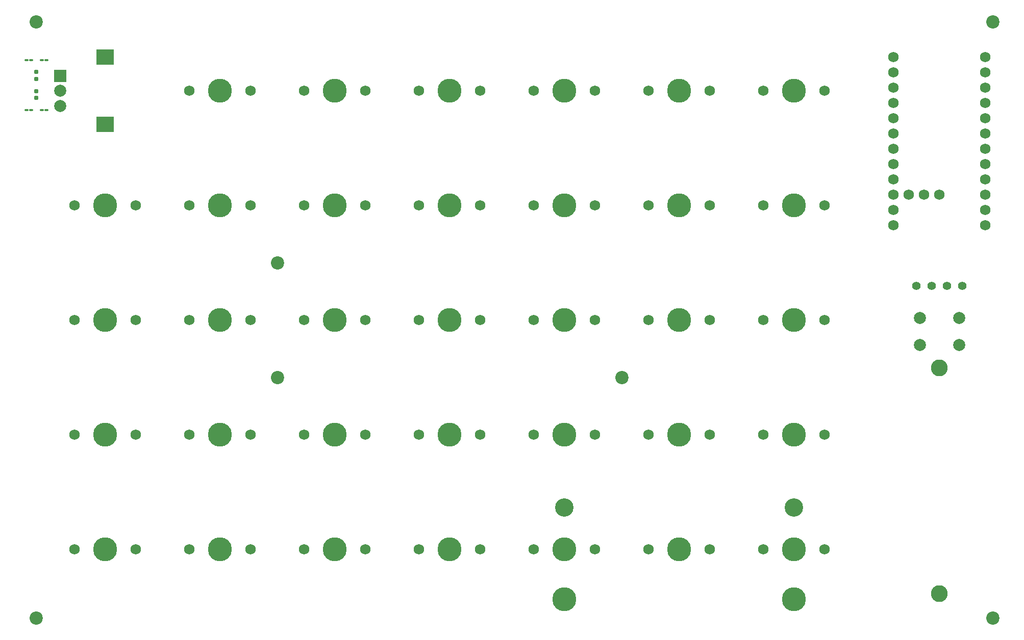
<source format=gts>
%TF.GenerationSoftware,KiCad,Pcbnew,(6.0.1)*%
%TF.CreationDate,2022-04-05T18:42:57+02:00*%
%TF.ProjectId,Keyboard Left Hand Side,4b657962-6f61-4726-9420-4c6566742048,rev?*%
%TF.SameCoordinates,Original*%
%TF.FileFunction,Soldermask,Top*%
%TF.FilePolarity,Negative*%
%FSLAX46Y46*%
G04 Gerber Fmt 4.6, Leading zero omitted, Abs format (unit mm)*
G04 Created by KiCad (PCBNEW (6.0.1)) date 2022-04-05 18:42:57*
%MOMM*%
%LPD*%
G01*
G04 APERTURE LIST*
G04 Aperture macros list*
%AMRoundRect*
0 Rectangle with rounded corners*
0 $1 Rounding radius*
0 $2 $3 $4 $5 $6 $7 $8 $9 X,Y pos of 4 corners*
0 Add a 4 corners polygon primitive as box body*
4,1,4,$2,$3,$4,$5,$6,$7,$8,$9,$2,$3,0*
0 Add four circle primitives for the rounded corners*
1,1,$1+$1,$2,$3*
1,1,$1+$1,$4,$5*
1,1,$1+$1,$6,$7*
1,1,$1+$1,$8,$9*
0 Add four rect primitives between the rounded corners*
20,1,$1+$1,$2,$3,$4,$5,0*
20,1,$1+$1,$4,$5,$6,$7,0*
20,1,$1+$1,$6,$7,$8,$9,0*
20,1,$1+$1,$8,$9,$2,$3,0*%
G04 Aperture macros list end*
%ADD10C,1.750000*%
%ADD11C,3.987800*%
%ADD12RoundRect,0.100000X-0.217500X-0.100000X0.217500X-0.100000X0.217500X0.100000X-0.217500X0.100000X0*%
%ADD13C,2.200000*%
%ADD14C,1.397000*%
%ADD15RoundRect,0.155000X0.155000X-0.212500X0.155000X0.212500X-0.155000X0.212500X-0.155000X-0.212500X0*%
%ADD16C,3.048000*%
%ADD17R,2.000000X2.000000*%
%ADD18C,2.000000*%
%ADD19R,3.000000X2.500000*%
%ADD20RoundRect,0.100000X0.217500X0.100000X-0.217500X0.100000X-0.217500X-0.100000X0.217500X-0.100000X0*%
%ADD21C,1.752600*%
%ADD22C,2.800000*%
G04 APERTURE END LIST*
D10*
X84455000Y-51435000D03*
D11*
X89535000Y-51435000D03*
D10*
X94615000Y-51435000D03*
X46355000Y-70485000D03*
D11*
X51435000Y-70485000D03*
D10*
X56515000Y-70485000D03*
D11*
X89535000Y-89535000D03*
D10*
X94615000Y-89535000D03*
X84455000Y-89535000D03*
X103505000Y-51435000D03*
D11*
X108585000Y-51435000D03*
D10*
X113665000Y-51435000D03*
X75565000Y-127635000D03*
D11*
X70485000Y-127635000D03*
D10*
X65405000Y-127635000D03*
D11*
X108585000Y-108585000D03*
D10*
X113665000Y-108585000D03*
X103505000Y-108585000D03*
X132715000Y-70485000D03*
X122555000Y-70485000D03*
D11*
X127635000Y-70485000D03*
D10*
X141605000Y-51435000D03*
X151765000Y-51435000D03*
D11*
X146685000Y-51435000D03*
X51435000Y-108585000D03*
D10*
X46355000Y-108585000D03*
X56515000Y-108585000D03*
X103505000Y-89535000D03*
X113665000Y-89535000D03*
D11*
X108585000Y-89535000D03*
D10*
X46355000Y-127635000D03*
D11*
X51435000Y-127635000D03*
D10*
X56515000Y-127635000D03*
X113665000Y-127635000D03*
X103505000Y-127635000D03*
D11*
X108585000Y-127635000D03*
D12*
X38327500Y-54610000D03*
X39142500Y-54610000D03*
D11*
X165735000Y-89535000D03*
D10*
X170815000Y-89535000D03*
X160655000Y-89535000D03*
D13*
X137160000Y-99060000D03*
X40005000Y-139065000D03*
D11*
X146685000Y-70485000D03*
D10*
X141605000Y-70485000D03*
X151765000Y-70485000D03*
D14*
X193665000Y-83820000D03*
X191125000Y-83820000D03*
X188585000Y-83820000D03*
X186045000Y-83820000D03*
D11*
X70485000Y-108585000D03*
D10*
X75565000Y-108585000D03*
X65405000Y-108585000D03*
D11*
X70485000Y-70485000D03*
D10*
X75565000Y-70485000D03*
X65405000Y-70485000D03*
D11*
X70485000Y-51435000D03*
D10*
X65405000Y-51435000D03*
X75565000Y-51435000D03*
X122555000Y-51435000D03*
D11*
X127635000Y-51435000D03*
D10*
X132715000Y-51435000D03*
D13*
X80010000Y-80010000D03*
D10*
X151765000Y-89535000D03*
X141605000Y-89535000D03*
D11*
X146685000Y-89535000D03*
D10*
X132715000Y-89535000D03*
D11*
X127635000Y-89535000D03*
D10*
X122555000Y-89535000D03*
X132715000Y-108585000D03*
X122555000Y-108585000D03*
D11*
X127635000Y-108585000D03*
X70485000Y-89535000D03*
D10*
X75565000Y-89535000D03*
X65405000Y-89535000D03*
D11*
X108585000Y-70485000D03*
D10*
X103505000Y-70485000D03*
X113665000Y-70485000D03*
D13*
X198755000Y-139065000D03*
X40005000Y-40005000D03*
D10*
X170815000Y-51435000D03*
D11*
X165735000Y-51435000D03*
D10*
X160655000Y-51435000D03*
X151765000Y-108585000D03*
X141605000Y-108585000D03*
D11*
X146685000Y-108585000D03*
D15*
X40005000Y-49462500D03*
X40005000Y-48327500D03*
X40005000Y-52637500D03*
X40005000Y-51502500D03*
D10*
X141609400Y-127627200D03*
D11*
X127639400Y-135882200D03*
D10*
X151769400Y-127627200D03*
D11*
X165739400Y-135882200D03*
D16*
X127639400Y-120642200D03*
D11*
X146689400Y-127627200D03*
D16*
X165739400Y-120642200D03*
D12*
X38327500Y-46355000D03*
X39142500Y-46355000D03*
D11*
X89535000Y-70485000D03*
D10*
X84455000Y-70485000D03*
X94615000Y-70485000D03*
D17*
X43919800Y-48935000D03*
D18*
X43919800Y-53935000D03*
X43919800Y-51435000D03*
D19*
X51419800Y-45835000D03*
X51419800Y-57035000D03*
D13*
X198755000Y-40005000D03*
D20*
X41682500Y-46355000D03*
X40867500Y-46355000D03*
D11*
X89535000Y-127635000D03*
D10*
X94615000Y-127635000D03*
X84455000Y-127635000D03*
D11*
X165735000Y-127635000D03*
D10*
X160655000Y-127635000D03*
X170815000Y-127635000D03*
D20*
X41682500Y-54610000D03*
X40867500Y-54610000D03*
D18*
X186615000Y-89190000D03*
X193115000Y-89190000D03*
X186615000Y-93690000D03*
X193115000Y-93690000D03*
D11*
X127635000Y-127635000D03*
D10*
X132715000Y-127635000D03*
X122555000Y-127635000D03*
X160655000Y-70485000D03*
X170815000Y-70485000D03*
D11*
X165735000Y-70485000D03*
D13*
X80010000Y-99060000D03*
D21*
X182245000Y-45801750D03*
X182245000Y-48341750D03*
X182245000Y-50881750D03*
X182245000Y-53421750D03*
X182245000Y-55961750D03*
X182245000Y-58501750D03*
X182245000Y-61041750D03*
X182245000Y-63581750D03*
X182245000Y-66121750D03*
X182245000Y-68661750D03*
X182245000Y-71201750D03*
X182245000Y-73741750D03*
X197485000Y-73741750D03*
X197485000Y-71201750D03*
X197485000Y-68661750D03*
X197485000Y-66121750D03*
X197485000Y-63581750D03*
X197485000Y-61041750D03*
X197485000Y-58501750D03*
X197485000Y-55961750D03*
X197485000Y-53421750D03*
X197485000Y-50881750D03*
X197485000Y-48341750D03*
X197485000Y-45801750D03*
X184785000Y-68661750D03*
X187325000Y-68661750D03*
X189865000Y-68661750D03*
D10*
X46355000Y-89535000D03*
X56515000Y-89535000D03*
D11*
X51435000Y-89535000D03*
X89535000Y-108585000D03*
D10*
X84455000Y-108585000D03*
X94615000Y-108585000D03*
X160655000Y-108585000D03*
X170815000Y-108585000D03*
D11*
X165735000Y-108585000D03*
D22*
X189865000Y-134955000D03*
X189865000Y-97455000D03*
M02*

</source>
